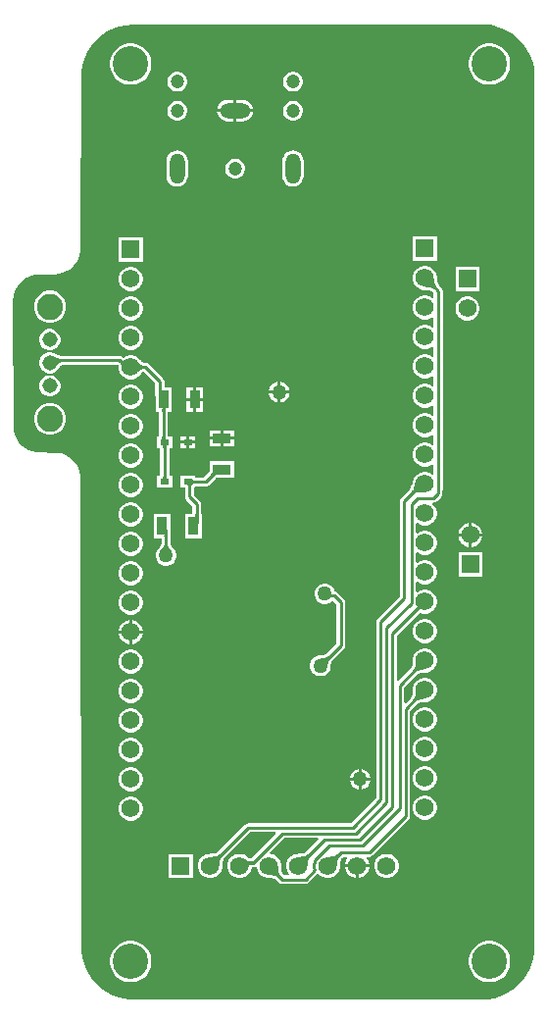
<source format=gbl>
G04*
G04 #@! TF.GenerationSoftware,Altium Limited,Altium Designer,22.0.2 (36)*
G04*
G04 Layer_Physical_Order=2*
G04 Layer_Color=16711680*
%FSLAX25Y25*%
%MOIN*%
G70*
G04*
G04 #@! TF.SameCoordinates,7C6212BA-1BE9-4310-A8C3-E6ACAF7CF704*
G04*
G04*
G04 #@! TF.FilePolarity,Positive*
G04*
G01*
G75*
%ADD14C,0.01000*%
%ADD39C,0.06181*%
%ADD40R,0.06181X0.06181*%
%ADD41R,0.06181X0.06181*%
%ADD44C,0.04724*%
%ADD45O,0.05150X0.10299*%
%ADD46O,0.10299X0.05150*%
%ADD47C,0.05150*%
%ADD48C,0.08858*%
%ADD49C,0.12000*%
%ADD50C,0.05000*%
%ADD51R,0.03543X0.06299*%
%ADD52R,0.03150X0.01968*%
%ADD53R,0.06299X0.03543*%
G36*
X504176Y441883D02*
X508471Y440288D01*
X510956Y438882D01*
X513068Y437218D01*
X515346Y434708D01*
X517112Y431838D01*
X518265Y428883D01*
X518626Y427432D01*
X518884Y425817D01*
X518814Y126141D01*
X518180Y123334D01*
X517112Y120662D01*
X515543Y118059D01*
X513606Y115794D01*
X511319Y113870D01*
X508471Y112212D01*
X505423Y111107D01*
X502283Y110563D01*
X380683Y110616D01*
X377583Y111245D01*
X374847Y112298D01*
X372181Y113870D01*
X369894Y115794D01*
X367957Y118059D01*
X366298Y120847D01*
X365245Y123583D01*
X364616Y126683D01*
X364434Y288585D01*
X364196Y290004D01*
X363686Y291239D01*
X362953Y292545D01*
X362028Y293696D01*
X360917Y294687D01*
X359512Y295556D01*
X358078Y296123D01*
X356563Y296437D01*
X349573Y296548D01*
X348141Y296815D01*
X346880Y297260D01*
X345678Y297901D01*
X344605Y298699D01*
X343509Y299832D01*
X342632Y301130D01*
X341981Y302598D01*
X341608Y304113D01*
X341500Y348000D01*
X341664Y349708D01*
X342182Y351437D01*
X343032Y353022D01*
X344111Y354339D01*
X345478Y355468D01*
X347063Y356318D01*
X348792Y356836D01*
X350500Y357000D01*
X355500Y357000D01*
X357412Y357205D01*
X359163Y357779D01*
X360806Y358731D01*
X362168Y359955D01*
X363311Y361529D01*
X364077Y363273D01*
X364428Y365159D01*
X364434Y367085D01*
X364616Y425817D01*
X365371Y429325D01*
X366795Y432613D01*
X368811Y435533D01*
X371140Y437833D01*
X373492Y439480D01*
X376449Y440880D01*
X379398Y441691D01*
X382499Y442000D01*
X502283Y442000D01*
X504176Y441883D01*
D02*
G37*
%LPC*%
G36*
X504189Y435500D02*
X502811D01*
X501458Y435231D01*
X500184Y434703D01*
X499038Y433937D01*
X498063Y432962D01*
X497297Y431816D01*
X496769Y430542D01*
X496500Y429189D01*
Y427811D01*
X496769Y426458D01*
X497297Y425184D01*
X498063Y424038D01*
X499038Y423063D01*
X500184Y422297D01*
X501458Y421769D01*
X502811Y421500D01*
X504189D01*
X505542Y421769D01*
X506816Y422297D01*
X507962Y423063D01*
X508937Y424038D01*
X509703Y425184D01*
X510231Y426458D01*
X510500Y427811D01*
Y429189D01*
X510231Y430542D01*
X509703Y431816D01*
X508937Y432962D01*
X507962Y433937D01*
X506816Y434703D01*
X505542Y435231D01*
X504189Y435500D01*
D02*
G37*
G36*
X382189D02*
X380811D01*
X379458Y435231D01*
X378184Y434703D01*
X377038Y433937D01*
X376063Y432962D01*
X375297Y431816D01*
X374769Y430542D01*
X374500Y429189D01*
Y427811D01*
X374769Y426458D01*
X375297Y425184D01*
X376063Y424038D01*
X377038Y423063D01*
X378184Y422297D01*
X379458Y421769D01*
X380811Y421500D01*
X382189D01*
X383542Y421769D01*
X384816Y422297D01*
X385962Y423063D01*
X386937Y424038D01*
X387703Y425184D01*
X388231Y426458D01*
X388500Y427811D01*
Y429189D01*
X388231Y430542D01*
X387703Y431816D01*
X386937Y432962D01*
X385962Y433937D01*
X384816Y434703D01*
X383542Y435231D01*
X382189Y435500D01*
D02*
G37*
G36*
X437128Y425890D02*
X436242D01*
X435387Y425661D01*
X434621Y425218D01*
X433995Y424592D01*
X433552Y423825D01*
X433323Y422970D01*
Y422085D01*
X433552Y421230D01*
X433995Y420463D01*
X434621Y419837D01*
X435387Y419394D01*
X436242Y419165D01*
X437128D01*
X437983Y419394D01*
X438750Y419837D01*
X439375Y420463D01*
X439818Y421230D01*
X440047Y422085D01*
Y422970D01*
X439818Y423825D01*
X439375Y424592D01*
X438750Y425218D01*
X437983Y425661D01*
X437128Y425890D01*
D02*
G37*
G36*
X397758D02*
X396872D01*
X396017Y425661D01*
X395251Y425218D01*
X394624Y424592D01*
X394182Y423825D01*
X393953Y422970D01*
Y422085D01*
X394182Y421230D01*
X394624Y420463D01*
X395251Y419837D01*
X396017Y419394D01*
X396872Y419165D01*
X397758D01*
X398613Y419394D01*
X399379Y419837D01*
X400005Y420463D01*
X400448Y421230D01*
X400677Y422085D01*
Y422970D01*
X400448Y423825D01*
X400005Y424592D01*
X399379Y425218D01*
X398613Y425661D01*
X397758Y425890D01*
D02*
G37*
G36*
X419575Y416291D02*
X417500D01*
Y413185D01*
X423115D01*
X423058Y413618D01*
X422697Y414488D01*
X422124Y415235D01*
X421378Y415808D01*
X420508Y416168D01*
X419575Y416291D01*
D02*
G37*
G36*
X416500D02*
X414425D01*
X413492Y416168D01*
X412622Y415808D01*
X411876Y415235D01*
X411303Y414488D01*
X410942Y413618D01*
X410885Y413185D01*
X416500D01*
Y416291D01*
D02*
G37*
G36*
X437128Y416047D02*
X436242D01*
X435387Y415818D01*
X434621Y415376D01*
X433995Y414749D01*
X433552Y413983D01*
X433323Y413128D01*
Y412242D01*
X433552Y411387D01*
X433995Y410621D01*
X434621Y409995D01*
X435387Y409552D01*
X436242Y409323D01*
X437128D01*
X437983Y409552D01*
X438750Y409995D01*
X439375Y410621D01*
X439818Y411387D01*
X440047Y412242D01*
Y413128D01*
X439818Y413983D01*
X439375Y414749D01*
X438750Y415376D01*
X437983Y415818D01*
X437128Y416047D01*
D02*
G37*
G36*
X397758D02*
X396872D01*
X396017Y415818D01*
X395251Y415376D01*
X394624Y414749D01*
X394182Y413983D01*
X393953Y413128D01*
Y412242D01*
X394182Y411387D01*
X394624Y410621D01*
X395251Y409995D01*
X396017Y409552D01*
X396872Y409323D01*
X397758D01*
X398613Y409552D01*
X399379Y409995D01*
X400005Y410621D01*
X400448Y411387D01*
X400677Y412242D01*
Y413128D01*
X400448Y413983D01*
X400005Y414749D01*
X399379Y415376D01*
X398613Y415818D01*
X397758Y416047D01*
D02*
G37*
G36*
X423115Y412185D02*
X417500D01*
Y409079D01*
X419575D01*
X420508Y409202D01*
X421378Y409562D01*
X422124Y410136D01*
X422697Y410882D01*
X423058Y411752D01*
X423115Y412185D01*
D02*
G37*
G36*
X416500D02*
X410885D01*
X410942Y411752D01*
X411303Y410882D01*
X411876Y410136D01*
X412622Y409562D01*
X413492Y409202D01*
X414425Y409079D01*
X416500D01*
Y412185D01*
D02*
G37*
G36*
X417443Y396362D02*
X416557D01*
X415702Y396133D01*
X414936Y395690D01*
X414310Y395064D01*
X413867Y394298D01*
X413638Y393443D01*
Y392557D01*
X413867Y391702D01*
X414310Y390936D01*
X414936Y390310D01*
X415702Y389867D01*
X416557Y389638D01*
X417443D01*
X418298Y389867D01*
X419064Y390310D01*
X419690Y390936D01*
X420133Y391702D01*
X420362Y392557D01*
Y393443D01*
X420133Y394298D01*
X419690Y395064D01*
X419064Y395690D01*
X418298Y396133D01*
X417443Y396362D01*
D02*
G37*
G36*
X436685Y399181D02*
X435752Y399058D01*
X434882Y398697D01*
X434135Y398124D01*
X433563Y397378D01*
X433202Y396508D01*
X433079Y395575D01*
Y390425D01*
X433202Y389492D01*
X433563Y388622D01*
X434135Y387876D01*
X434882Y387303D01*
X435752Y386942D01*
X436685Y386820D01*
X437618Y386942D01*
X438488Y387303D01*
X439235Y387876D01*
X439808Y388622D01*
X440168Y389492D01*
X440291Y390425D01*
Y395575D01*
X440168Y396508D01*
X439808Y397378D01*
X439235Y398124D01*
X438488Y398697D01*
X437618Y399058D01*
X436685Y399181D01*
D02*
G37*
G36*
X397315D02*
X396382Y399058D01*
X395512Y398697D01*
X394765Y398124D01*
X394192Y397378D01*
X393832Y396508D01*
X393709Y395575D01*
Y390425D01*
X393832Y389492D01*
X394192Y388622D01*
X394765Y387876D01*
X395512Y387303D01*
X396382Y386942D01*
X397315Y386820D01*
X398248Y386942D01*
X399118Y387303D01*
X399865Y387876D01*
X400437Y388622D01*
X400798Y389492D01*
X400921Y390425D01*
Y395575D01*
X400798Y396508D01*
X400437Y397378D01*
X399865Y398124D01*
X399118Y398697D01*
X398248Y399058D01*
X397315Y399181D01*
D02*
G37*
G36*
X485591Y369886D02*
X477410D01*
Y361705D01*
X485591D01*
Y369886D01*
D02*
G37*
G36*
X385591Y369590D02*
X377410D01*
Y361409D01*
X385591D01*
Y369590D01*
D02*
G37*
G36*
X500091Y359591D02*
X491910D01*
Y351410D01*
X500091D01*
Y359591D01*
D02*
G37*
G36*
X382038D02*
X380961D01*
X379921Y359312D01*
X378988Y358773D01*
X378227Y358012D01*
X377688Y357079D01*
X377410Y356038D01*
Y354961D01*
X377688Y353921D01*
X378227Y352988D01*
X378988Y352227D01*
X379921Y351688D01*
X380961Y351410D01*
X382038D01*
X383079Y351688D01*
X384012Y352227D01*
X384773Y352988D01*
X385312Y353921D01*
X385591Y354961D01*
Y356038D01*
X385312Y357079D01*
X384773Y358012D01*
X384012Y358773D01*
X383079Y359312D01*
X382038Y359591D01*
D02*
G37*
G36*
X482038Y359886D02*
X480962D01*
X479921Y359607D01*
X478988Y359068D01*
X478227Y358307D01*
X477688Y357374D01*
X477410Y356334D01*
Y355257D01*
X477688Y354216D01*
X478227Y353284D01*
X478988Y352522D01*
X479921Y351983D01*
X480962Y351705D01*
X481621D01*
X481704Y351691D01*
X482118Y351702D01*
X482475Y351690D01*
X482805Y351656D01*
X483108Y351602D01*
X483384Y351529D01*
X483636Y351438D01*
X483866Y351330D01*
X484076Y351206D01*
X484268Y351064D01*
X484319Y351018D01*
X484561Y350776D01*
Y349172D01*
X484099Y348981D01*
X484012Y349068D01*
X483079Y349607D01*
X482038Y349886D01*
X480962D01*
X479921Y349607D01*
X478988Y349068D01*
X478227Y348307D01*
X477688Y347374D01*
X477410Y346334D01*
Y345257D01*
X477688Y344216D01*
X478227Y343284D01*
X478988Y342522D01*
X479921Y341984D01*
X480962Y341705D01*
X482038D01*
X483079Y341984D01*
X484012Y342522D01*
X484099Y342610D01*
X484561Y342418D01*
Y339172D01*
X484099Y338981D01*
X484012Y339069D01*
X483079Y339607D01*
X482038Y339886D01*
X480962D01*
X479921Y339607D01*
X478988Y339069D01*
X478227Y338307D01*
X477688Y337374D01*
X477410Y336334D01*
Y335257D01*
X477688Y334216D01*
X478227Y333284D01*
X478988Y332522D01*
X479921Y331983D01*
X480962Y331705D01*
X482038D01*
X483079Y331983D01*
X484012Y332522D01*
X484099Y332610D01*
X484561Y332418D01*
Y329172D01*
X484099Y328981D01*
X484012Y329068D01*
X483079Y329607D01*
X482038Y329886D01*
X480962D01*
X479921Y329607D01*
X478988Y329068D01*
X478227Y328307D01*
X477688Y327374D01*
X477410Y326334D01*
Y325257D01*
X477688Y324216D01*
X478227Y323284D01*
X478988Y322522D01*
X479921Y321984D01*
X480962Y321705D01*
X482038D01*
X483079Y321984D01*
X484012Y322522D01*
X484099Y322610D01*
X484561Y322418D01*
Y319172D01*
X484099Y318981D01*
X484012Y319069D01*
X483079Y319607D01*
X482038Y319886D01*
X480962D01*
X479921Y319607D01*
X478988Y319069D01*
X478227Y318307D01*
X477688Y317374D01*
X477410Y316334D01*
Y315257D01*
X477688Y314216D01*
X478227Y313284D01*
X478988Y312522D01*
X479921Y311983D01*
X480962Y311705D01*
X482038D01*
X483079Y311983D01*
X484012Y312522D01*
X484099Y312610D01*
X484561Y312418D01*
Y309172D01*
X484099Y308981D01*
X484012Y309068D01*
X483079Y309607D01*
X482038Y309886D01*
X480962D01*
X479921Y309607D01*
X478988Y309068D01*
X478227Y308307D01*
X477688Y307374D01*
X477410Y306334D01*
Y305257D01*
X477688Y304216D01*
X478227Y303284D01*
X478988Y302522D01*
X479921Y301983D01*
X480962Y301705D01*
X482038D01*
X483079Y301983D01*
X484012Y302522D01*
X484099Y302610D01*
X484561Y302418D01*
Y299172D01*
X484099Y298981D01*
X484012Y299068D01*
X483079Y299607D01*
X482038Y299886D01*
X480962D01*
X479921Y299607D01*
X478988Y299068D01*
X478227Y298307D01*
X477688Y297374D01*
X477410Y296334D01*
Y295257D01*
X477688Y294216D01*
X478227Y293284D01*
X478988Y292522D01*
X479921Y291984D01*
X480962Y291705D01*
X482038D01*
X483079Y291984D01*
X484012Y292522D01*
X484099Y292610D01*
X484561Y292418D01*
Y289172D01*
X484099Y288981D01*
X484012Y289069D01*
X483079Y289607D01*
X482038Y289886D01*
X480962D01*
X479921Y289607D01*
X478988Y289069D01*
X478227Y288307D01*
X477688Y287374D01*
X477585Y286988D01*
X477545Y286915D01*
X477254Y285959D01*
X477115Y285568D01*
X476812Y284844D01*
X476668Y284558D01*
X476521Y284301D01*
X476377Y284082D01*
X476239Y283903D01*
X476233Y283896D01*
X473419Y281081D01*
X473087Y280585D01*
X472971Y280000D01*
Y247634D01*
X465419Y240081D01*
X465087Y239585D01*
X464971Y239000D01*
Y179133D01*
X456366Y170529D01*
X421500D01*
X420915Y170413D01*
X420419Y170081D01*
X411201Y160864D01*
X411154Y160822D01*
X410962Y160679D01*
X410749Y160551D01*
X410514Y160438D01*
X410253Y160339D01*
X409967Y160257D01*
X409653Y160191D01*
X409310Y160144D01*
X408939Y160117D01*
X408514Y160110D01*
X408425Y160091D01*
X407962D01*
X406921Y159812D01*
X405988Y159273D01*
X405227Y158512D01*
X404688Y157579D01*
X404410Y156538D01*
Y155462D01*
X404688Y154421D01*
X405227Y153488D01*
X405988Y152727D01*
X406921Y152188D01*
X407962Y151909D01*
X409038D01*
X410079Y152188D01*
X411012Y152727D01*
X411773Y153488D01*
X412312Y154421D01*
X412591Y155462D01*
Y155925D01*
X412610Y156014D01*
X412617Y156439D01*
X412644Y156810D01*
X412691Y157153D01*
X412756Y157467D01*
X412839Y157754D01*
X412937Y158014D01*
X413051Y158249D01*
X413179Y158462D01*
X413322Y158654D01*
X413364Y158701D01*
X422133Y167471D01*
X430662D01*
X430854Y167009D01*
X422392Y158547D01*
X422270Y158562D01*
X422076Y158599D01*
X421907Y158643D01*
X421763Y158693D01*
X421642Y158746D01*
X421544Y158801D01*
X421465Y158858D01*
X421357Y158953D01*
X421296Y158989D01*
X421012Y159273D01*
X420079Y159812D01*
X419038Y160091D01*
X417962D01*
X416921Y159812D01*
X415988Y159273D01*
X415227Y158512D01*
X414688Y157579D01*
X414409Y156538D01*
Y155462D01*
X414688Y154421D01*
X415227Y153488D01*
X415988Y152727D01*
X416921Y152188D01*
X417962Y151909D01*
X419038D01*
X420079Y152188D01*
X421012Y152727D01*
X421773Y153488D01*
X422312Y154421D01*
X422580Y155421D01*
X422600Y155428D01*
X422693Y155449D01*
X422803Y155462D01*
X422999D01*
X423585Y155578D01*
X423910Y155795D01*
X424409Y155570D01*
Y155462D01*
X424688Y154421D01*
X425227Y153488D01*
X425988Y152727D01*
X426921Y152188D01*
X427961Y151909D01*
X428425D01*
X428514Y151890D01*
X428939Y151883D01*
X429310Y151856D01*
X429653Y151809D01*
X429967Y151743D01*
X430254Y151661D01*
X430514Y151562D01*
X430749Y151449D01*
X430962Y151321D01*
X431154Y151178D01*
X431201Y151136D01*
X432009Y150328D01*
X432505Y149996D01*
X433090Y149880D01*
X440909D01*
X441495Y149996D01*
X441991Y150328D01*
X444855Y153192D01*
X445116Y153400D01*
X445528Y153187D01*
X445988Y152727D01*
X446921Y152188D01*
X447962Y151909D01*
X449039D01*
X450079Y152188D01*
X451012Y152727D01*
X451773Y153488D01*
X452312Y154421D01*
X452591Y155462D01*
Y155925D01*
X452610Y156014D01*
X452617Y156439D01*
X452644Y156810D01*
X452691Y157153D01*
X452757Y157467D01*
X452839Y157754D01*
X452938Y158014D01*
X453051Y158249D01*
X453179Y158462D01*
X453322Y158654D01*
X453364Y158701D01*
X453724Y159061D01*
X455123D01*
X455314Y158599D01*
X455227Y158512D01*
X454688Y157579D01*
X454410Y156538D01*
Y156500D01*
X462591D01*
Y156538D01*
X462312Y157579D01*
X461773Y158512D01*
X461686Y158599D01*
X461877Y159061D01*
X462591D01*
X463176Y159178D01*
X463672Y159509D01*
X476081Y171919D01*
X476413Y172415D01*
X476529Y173000D01*
Y208662D01*
X478799Y210931D01*
X478846Y210974D01*
X479038Y211116D01*
X479251Y211244D01*
X479486Y211358D01*
X479746Y211456D01*
X480033Y211539D01*
X480347Y211604D01*
X480690Y211651D01*
X481061Y211678D01*
X481486Y211685D01*
X481575Y211705D01*
X482038D01*
X483079Y211983D01*
X484012Y212522D01*
X484773Y213284D01*
X485312Y214216D01*
X485591Y215257D01*
Y216334D01*
X485312Y217374D01*
X484773Y218307D01*
X484012Y219069D01*
X483079Y219607D01*
X482038Y219886D01*
X480962D01*
X479921Y219607D01*
X478988Y219069D01*
X478227Y218307D01*
X477688Y217374D01*
X477410Y216334D01*
Y215870D01*
X477390Y215781D01*
X477383Y215356D01*
X477356Y214985D01*
X477309Y214643D01*
X477244Y214328D01*
X477161Y214042D01*
X477063Y213782D01*
X476949Y213546D01*
X476821Y213334D01*
X476678Y213141D01*
X476636Y213094D01*
X474972Y211430D01*
X474510Y211621D01*
Y216642D01*
X478799Y220931D01*
X478846Y220974D01*
X479038Y221116D01*
X479251Y221244D01*
X479486Y221358D01*
X479746Y221456D01*
X480033Y221539D01*
X480347Y221604D01*
X480690Y221651D01*
X481061Y221678D01*
X481486Y221685D01*
X481575Y221705D01*
X482038D01*
X483079Y221984D01*
X484012Y222522D01*
X484773Y223284D01*
X485312Y224216D01*
X485591Y225257D01*
Y226334D01*
X485312Y227374D01*
X484773Y228307D01*
X484012Y229068D01*
X483079Y229607D01*
X482038Y229886D01*
X480962D01*
X479921Y229607D01*
X478988Y229068D01*
X478227Y228307D01*
X477688Y227374D01*
X477410Y226334D01*
Y225870D01*
X477390Y225781D01*
X477383Y225356D01*
X477356Y224985D01*
X477309Y224643D01*
X477244Y224328D01*
X477161Y224042D01*
X477063Y223782D01*
X476949Y223546D01*
X476821Y223334D01*
X476678Y223141D01*
X476636Y223094D01*
X472491Y218950D01*
X472029Y219141D01*
Y234162D01*
X479877Y242009D01*
X479921Y241984D01*
X480962Y241705D01*
X482038D01*
X483079Y241984D01*
X484012Y242522D01*
X484773Y243284D01*
X485312Y244216D01*
X485591Y245257D01*
Y246334D01*
X485312Y247374D01*
X484773Y248307D01*
X484012Y249068D01*
X483079Y249607D01*
X482038Y249886D01*
X480962D01*
X479921Y249607D01*
X478988Y249068D01*
X478901Y248981D01*
X478439Y249172D01*
Y252418D01*
X478901Y252610D01*
X478988Y252522D01*
X479921Y251983D01*
X480962Y251705D01*
X482038D01*
X483079Y251983D01*
X484012Y252522D01*
X484773Y253284D01*
X485312Y254216D01*
X485591Y255257D01*
Y256334D01*
X485312Y257374D01*
X484773Y258307D01*
X484012Y259068D01*
X483079Y259607D01*
X482038Y259886D01*
X480962D01*
X479921Y259607D01*
X478988Y259068D01*
X478901Y258981D01*
X478439Y259172D01*
Y262418D01*
X478901Y262610D01*
X478988Y262522D01*
X479921Y261983D01*
X480962Y261705D01*
X482038D01*
X483079Y261983D01*
X484012Y262522D01*
X484773Y263284D01*
X485312Y264216D01*
X485591Y265257D01*
Y266334D01*
X485312Y267374D01*
X484773Y268307D01*
X484012Y269069D01*
X483079Y269607D01*
X482038Y269886D01*
X480962D01*
X479921Y269607D01*
X478988Y269069D01*
X478901Y268981D01*
X478439Y269172D01*
Y272418D01*
X478901Y272610D01*
X478988Y272522D01*
X479921Y271984D01*
X480962Y271705D01*
X482038D01*
X483079Y271984D01*
X484012Y272522D01*
X484773Y273284D01*
X485312Y274216D01*
X485591Y275257D01*
Y276334D01*
X485312Y277374D01*
X484773Y278307D01*
X484110Y278971D01*
X484248Y279471D01*
X484500D01*
X485085Y279587D01*
X485581Y279919D01*
X487081Y281419D01*
X487413Y281915D01*
X487529Y282500D01*
Y283439D01*
X487620Y283894D01*
Y351410D01*
X487503Y351995D01*
X487172Y352491D01*
X486446Y353217D01*
X486408Y353259D01*
X486264Y353452D01*
X486133Y353667D01*
X486014Y353907D01*
X485907Y354175D01*
X485815Y354471D01*
X485741Y354782D01*
X485632Y355549D01*
X485606Y355971D01*
X485591Y356031D01*
Y356334D01*
X485312Y357374D01*
X484773Y358307D01*
X484012Y359068D01*
X483079Y359607D01*
X482038Y359886D01*
D02*
G37*
G36*
X496538Y349590D02*
X495462D01*
X494421Y349312D01*
X493488Y348773D01*
X492727Y348012D01*
X492188Y347079D01*
X491910Y346039D01*
Y344962D01*
X492188Y343921D01*
X492727Y342988D01*
X493488Y342227D01*
X494421Y341688D01*
X495462Y341409D01*
X496538D01*
X497579Y341688D01*
X498512Y342227D01*
X499273Y342988D01*
X499812Y343921D01*
X500091Y344962D01*
Y346039D01*
X499812Y347079D01*
X499273Y348012D01*
X498512Y348773D01*
X497579Y349312D01*
X496538Y349590D01*
D02*
G37*
G36*
X382038D02*
X380961D01*
X379921Y349312D01*
X378988Y348773D01*
X378227Y348012D01*
X377688Y347079D01*
X377410Y346039D01*
Y344962D01*
X377688Y343921D01*
X378227Y342988D01*
X378988Y342227D01*
X379921Y341688D01*
X380961Y341409D01*
X382038D01*
X383079Y341688D01*
X384012Y342227D01*
X384773Y342988D01*
X385312Y343921D01*
X385591Y344962D01*
Y346039D01*
X385312Y347079D01*
X384773Y348012D01*
X384012Y348773D01*
X383079Y349312D01*
X382038Y349590D01*
D02*
G37*
G36*
X354715Y351524D02*
X353285D01*
X351904Y351154D01*
X350666Y350439D01*
X349656Y349428D01*
X348941Y348190D01*
X348571Y346809D01*
Y345380D01*
X348941Y343999D01*
X349656Y342761D01*
X350666Y341750D01*
X351904Y341035D01*
X353285Y340665D01*
X354715D01*
X356096Y341035D01*
X357334Y341750D01*
X358344Y342761D01*
X359059Y343999D01*
X359429Y345380D01*
Y346809D01*
X359059Y348190D01*
X358344Y349428D01*
X357334Y350439D01*
X356096Y351154D01*
X354715Y351524D01*
D02*
G37*
G36*
X382038Y339591D02*
X380961D01*
X379921Y339312D01*
X378988Y338773D01*
X378227Y338012D01*
X377688Y337079D01*
X377410Y336038D01*
Y334962D01*
X377688Y333921D01*
X378227Y332988D01*
X378988Y332227D01*
X379921Y331688D01*
X380961Y331410D01*
X382038D01*
X383079Y331688D01*
X384012Y332227D01*
X384773Y332988D01*
X385312Y333921D01*
X385591Y334962D01*
Y336038D01*
X385312Y337079D01*
X384773Y338012D01*
X384012Y338773D01*
X383079Y339312D01*
X382038Y339591D01*
D02*
G37*
G36*
X354471Y338449D02*
X353529D01*
X352620Y338205D01*
X351805Y337735D01*
X351139Y337069D01*
X350669Y336254D01*
X350425Y335345D01*
Y334403D01*
X350669Y333494D01*
X351139Y332679D01*
X351805Y332014D01*
X352620Y331543D01*
X353529Y331299D01*
X354471D01*
X355380Y331543D01*
X356195Y332014D01*
X356861Y332679D01*
X357331Y333494D01*
X357575Y334403D01*
Y335345D01*
X357331Y336254D01*
X356861Y337069D01*
X356195Y337735D01*
X355380Y338205D01*
X354471Y338449D01*
D02*
G37*
G36*
X432500Y320490D02*
Y317500D01*
X435490D01*
X435261Y318351D01*
X434801Y319149D01*
X434149Y319801D01*
X433351Y320262D01*
X432500Y320490D01*
D02*
G37*
G36*
X431500D02*
X430649Y320262D01*
X429851Y319801D01*
X429199Y319149D01*
X428738Y318351D01*
X428511Y317500D01*
X431500D01*
Y320490D01*
D02*
G37*
G36*
X354471Y322701D02*
X353529D01*
X352620Y322457D01*
X351805Y321987D01*
X351139Y321321D01*
X350669Y320506D01*
X350425Y319597D01*
Y318655D01*
X350669Y317746D01*
X351139Y316931D01*
X351805Y316265D01*
X352620Y315795D01*
X353529Y315551D01*
X354471D01*
X355380Y315795D01*
X356195Y316265D01*
X356861Y316931D01*
X357331Y317746D01*
X357575Y318655D01*
Y319597D01*
X357331Y320506D01*
X356861Y321321D01*
X356195Y321987D01*
X355380Y322457D01*
X354471Y322701D01*
D02*
G37*
G36*
X406087Y318650D02*
X403815D01*
Y315000D01*
X406087D01*
Y318650D01*
D02*
G37*
G36*
X402815D02*
X400543D01*
Y315000D01*
X402815D01*
Y318650D01*
D02*
G37*
G36*
X435490Y316500D02*
X432500D01*
Y313510D01*
X433351Y313738D01*
X434149Y314199D01*
X434801Y314851D01*
X435261Y315649D01*
X435490Y316500D01*
D02*
G37*
G36*
X431500D02*
X428511D01*
X428738Y315649D01*
X429199Y314851D01*
X429851Y314199D01*
X430649Y313738D01*
X431500Y313510D01*
Y316500D01*
D02*
G37*
G36*
X382038Y319590D02*
X380961D01*
X379921Y319312D01*
X378988Y318773D01*
X378227Y318012D01*
X377688Y317079D01*
X377410Y316038D01*
Y314962D01*
X377688Y313921D01*
X378227Y312988D01*
X378988Y312227D01*
X379921Y311688D01*
X380961Y311409D01*
X382038D01*
X383079Y311688D01*
X384012Y312227D01*
X384773Y312988D01*
X385312Y313921D01*
X385591Y314962D01*
Y316038D01*
X385312Y317079D01*
X384773Y318012D01*
X384012Y318773D01*
X383079Y319312D01*
X382038Y319590D01*
D02*
G37*
G36*
X406087Y314000D02*
X403815D01*
Y310350D01*
X406087D01*
Y314000D01*
D02*
G37*
G36*
X402815D02*
X400543D01*
Y310350D01*
X402815D01*
Y314000D01*
D02*
G37*
G36*
X354715Y313335D02*
X353285D01*
X351904Y312965D01*
X350666Y312250D01*
X349656Y311239D01*
X348941Y310001D01*
X348571Y308620D01*
Y307191D01*
X348941Y305810D01*
X349656Y304572D01*
X350666Y303561D01*
X351904Y302846D01*
X353285Y302476D01*
X354715D01*
X356096Y302846D01*
X357334Y303561D01*
X358344Y304572D01*
X359059Y305810D01*
X359429Y307191D01*
Y308620D01*
X359059Y310001D01*
X358344Y311239D01*
X357334Y312250D01*
X356096Y312965D01*
X354715Y313335D01*
D02*
G37*
G36*
X416650Y304087D02*
X413000D01*
Y301815D01*
X416650D01*
Y304087D01*
D02*
G37*
G36*
X412000D02*
X408350D01*
Y301815D01*
X412000D01*
Y304087D01*
D02*
G37*
G36*
X382038Y309591D02*
X380961D01*
X379921Y309312D01*
X378988Y308773D01*
X378227Y308012D01*
X377688Y307079D01*
X377410Y306038D01*
Y304961D01*
X377688Y303921D01*
X378227Y302988D01*
X378988Y302227D01*
X379921Y301688D01*
X380961Y301410D01*
X382038D01*
X383079Y301688D01*
X384012Y302227D01*
X384773Y302988D01*
X385312Y303921D01*
X385591Y304961D01*
Y306038D01*
X385312Y307079D01*
X384773Y308012D01*
X384012Y308773D01*
X383079Y309312D01*
X382038Y309591D01*
D02*
G37*
G36*
X403512Y301984D02*
X401437D01*
Y300500D01*
X403512D01*
Y301984D01*
D02*
G37*
G36*
X400437D02*
X398362D01*
Y300500D01*
X400437D01*
Y301984D01*
D02*
G37*
G36*
X416650Y300815D02*
X413000D01*
Y298543D01*
X416650D01*
Y300815D01*
D02*
G37*
G36*
X412000D02*
X408350D01*
Y298543D01*
X412000D01*
Y300815D01*
D02*
G37*
G36*
X403512Y299500D02*
X401437D01*
Y298016D01*
X403512D01*
Y299500D01*
D02*
G37*
G36*
X400437D02*
X398362D01*
Y298016D01*
X400437D01*
Y299500D01*
D02*
G37*
G36*
X382038Y299590D02*
X380961D01*
X379921Y299312D01*
X378988Y298773D01*
X378227Y298012D01*
X377688Y297079D01*
X377410Y296039D01*
Y294962D01*
X377688Y293921D01*
X378227Y292988D01*
X378988Y292227D01*
X379921Y291688D01*
X380961Y291409D01*
X382038D01*
X383079Y291688D01*
X384012Y292227D01*
X384773Y292988D01*
X385312Y293921D01*
X385591Y294962D01*
Y296039D01*
X385312Y297079D01*
X384773Y298012D01*
X384012Y298773D01*
X383079Y299312D01*
X382038Y299590D01*
D02*
G37*
G36*
X416650Y293457D02*
X408350D01*
Y290113D01*
X408143Y289869D01*
X406304Y288029D01*
X403512D01*
Y288484D01*
X402538D01*
X402500Y288492D01*
X402462Y288484D01*
X402402D01*
X402387Y288486D01*
X402383Y288484D01*
X398362D01*
Y284516D01*
X400014D01*
Y281457D01*
X400130Y280871D01*
X400462Y280375D01*
X402471Y278366D01*
Y275650D01*
X400043D01*
Y267350D01*
X405587D01*
Y274606D01*
X405594Y274645D01*
X405587Y274682D01*
Y275650D01*
X405529D01*
Y279000D01*
X405413Y279585D01*
X405081Y280081D01*
X403073Y282090D01*
Y284516D01*
X403512D01*
Y284971D01*
X406937D01*
X407522Y285087D01*
X408018Y285419D01*
X410269Y287669D01*
X410428Y287817D01*
X410548Y287913D01*
X416650D01*
Y293457D01*
D02*
G37*
G36*
X354471Y330575D02*
X353529D01*
X352620Y330331D01*
X351805Y329861D01*
X351139Y329195D01*
X350669Y328380D01*
X350425Y327471D01*
Y326529D01*
X350669Y325620D01*
X351139Y324805D01*
X351805Y324139D01*
X352620Y323669D01*
X353529Y323425D01*
X354471D01*
X355380Y323669D01*
X356195Y324139D01*
X356861Y324805D01*
X357143Y325295D01*
X357196Y325357D01*
X357324Y325587D01*
X357434Y325745D01*
X357546Y325875D01*
X357662Y325981D01*
X357782Y326067D01*
X357912Y326137D01*
X358056Y326193D01*
X358219Y326236D01*
X358406Y326263D01*
X358430Y326265D01*
X377136D01*
X377155Y326241D01*
X377248Y326112D01*
X377317Y326001D01*
X377363Y325912D01*
X377389Y325849D01*
X377399Y325814D01*
X377400Y325808D01*
X377400Y325745D01*
X377410Y325695D01*
Y324961D01*
X377688Y323921D01*
X378227Y322988D01*
X378988Y322227D01*
X379921Y321688D01*
X380961Y321410D01*
X382038D01*
X383079Y321688D01*
X384012Y322227D01*
X384773Y322988D01*
X384901Y323209D01*
X384929Y323235D01*
X385057Y323414D01*
X385160Y323530D01*
X385271Y323630D01*
X385391Y323716D01*
X385524Y323790D01*
X385674Y323853D01*
X385845Y323906D01*
X385917Y323920D01*
X389884Y319953D01*
Y315772D01*
X389913Y315624D01*
Y310350D01*
X391156D01*
Y301984D01*
X390488D01*
Y298016D01*
X391534D01*
Y288484D01*
X390488D01*
Y284516D01*
X395638D01*
Y288484D01*
X394592D01*
Y298016D01*
X395638D01*
Y301984D01*
X394214D01*
Y310350D01*
X395457D01*
Y318650D01*
X392943D01*
Y320587D01*
X392826Y321172D01*
X392495Y321668D01*
X387581Y326581D01*
X387085Y326913D01*
X386500Y327029D01*
X386255D01*
X386039Y327055D01*
X385845Y327094D01*
X385674Y327147D01*
X385524Y327210D01*
X385391Y327284D01*
X385271Y327370D01*
X385160Y327470D01*
X385057Y327586D01*
X384929Y327765D01*
X384901Y327791D01*
X384773Y328012D01*
X384012Y328773D01*
X383079Y329312D01*
X382038Y329591D01*
X380961D01*
X379921Y329312D01*
X378988Y328773D01*
X378988Y328773D01*
X378885Y328875D01*
X378389Y329207D01*
X377804Y329323D01*
X358097D01*
X357924Y329343D01*
X357724Y329379D01*
X357208Y329517D01*
X356963Y329601D01*
X355997Y330018D01*
X355654Y330191D01*
X355593Y330208D01*
X355380Y330331D01*
X354471Y330575D01*
D02*
G37*
G36*
X382038Y289591D02*
X380961D01*
X379921Y289312D01*
X378988Y288773D01*
X378227Y288012D01*
X377688Y287079D01*
X377410Y286038D01*
Y284962D01*
X377688Y283921D01*
X378227Y282988D01*
X378988Y282227D01*
X379921Y281688D01*
X380961Y281410D01*
X382038D01*
X383079Y281688D01*
X384012Y282227D01*
X384773Y282988D01*
X385312Y283921D01*
X385591Y284962D01*
Y286038D01*
X385312Y287079D01*
X384773Y288012D01*
X384012Y288773D01*
X383079Y289312D01*
X382038Y289591D01*
D02*
G37*
G36*
Y279591D02*
X380961D01*
X379921Y279312D01*
X378988Y278773D01*
X378227Y278012D01*
X377688Y277079D01*
X377410Y276039D01*
Y274961D01*
X377688Y273921D01*
X378227Y272988D01*
X378988Y272227D01*
X379921Y271688D01*
X380961Y271410D01*
X382038D01*
X383079Y271688D01*
X384012Y272227D01*
X384773Y272988D01*
X385312Y273921D01*
X385591Y274961D01*
Y276039D01*
X385312Y277079D01*
X384773Y278012D01*
X384012Y278773D01*
X383079Y279312D01*
X382038Y279591D01*
D02*
G37*
G36*
X497539Y272590D02*
X497500D01*
Y269000D01*
X501090D01*
Y269039D01*
X500812Y270079D01*
X500273Y271012D01*
X499512Y271773D01*
X498579Y272312D01*
X497539Y272590D01*
D02*
G37*
G36*
X496500D02*
X496461D01*
X495421Y272312D01*
X494488Y271773D01*
X493727Y271012D01*
X493188Y270079D01*
X492909Y269039D01*
Y269000D01*
X496500D01*
Y272590D01*
D02*
G37*
G36*
X501090Y268000D02*
X497500D01*
Y264409D01*
X497539D01*
X498579Y264688D01*
X499512Y265227D01*
X500273Y265988D01*
X500812Y266921D01*
X501090Y267962D01*
Y268000D01*
D02*
G37*
G36*
X496500D02*
X492909D01*
Y267962D01*
X493188Y266921D01*
X493727Y265988D01*
X494488Y265227D01*
X495421Y264688D01*
X496461Y264409D01*
X496500D01*
Y268000D01*
D02*
G37*
G36*
X382038Y269590D02*
X380961D01*
X379921Y269312D01*
X378988Y268773D01*
X378227Y268012D01*
X377688Y267079D01*
X377410Y266038D01*
Y264962D01*
X377688Y263921D01*
X378227Y262988D01*
X378988Y262227D01*
X379921Y261688D01*
X380961Y261409D01*
X382038D01*
X383079Y261688D01*
X384012Y262227D01*
X384773Y262988D01*
X385312Y263921D01*
X385591Y264962D01*
Y266038D01*
X385312Y267079D01*
X384773Y268012D01*
X384012Y268773D01*
X383079Y269312D01*
X382038Y269590D01*
D02*
G37*
G36*
X394957Y275650D02*
X389413D01*
Y267350D01*
X391927D01*
Y266121D01*
X391971Y265903D01*
Y265752D01*
X391945Y265562D01*
X391903Y265374D01*
X391843Y265186D01*
X391763Y264997D01*
X391664Y264806D01*
X391543Y264612D01*
X391399Y264415D01*
X391230Y264215D01*
X391015Y263992D01*
X390966Y263916D01*
X390699Y263649D01*
X390238Y262851D01*
X390000Y261961D01*
Y261039D01*
X390238Y260149D01*
X390699Y259351D01*
X391351Y258699D01*
X392149Y258239D01*
X393039Y258000D01*
X393961D01*
X394851Y258239D01*
X395649Y258699D01*
X396301Y259351D01*
X396761Y260149D01*
X397000Y261039D01*
Y261961D01*
X396761Y262851D01*
X396301Y263649D01*
X396034Y263916D01*
X395985Y263992D01*
X395770Y264215D01*
X395602Y264415D01*
X395457Y264612D01*
X395336Y264806D01*
X395236Y264997D01*
X395157Y265186D01*
X395097Y265374D01*
X395055Y265562D01*
X395029Y265752D01*
Y266077D01*
X394986Y266295D01*
Y270228D01*
X394957Y270376D01*
Y275650D01*
D02*
G37*
G36*
X501090Y262591D02*
X492909D01*
Y254410D01*
X501090D01*
Y262591D01*
D02*
G37*
G36*
X382038Y259591D02*
X380961D01*
X379921Y259312D01*
X378988Y258773D01*
X378227Y258012D01*
X377688Y257079D01*
X377410Y256038D01*
Y254961D01*
X377688Y253921D01*
X378227Y252988D01*
X378988Y252227D01*
X379921Y251688D01*
X380961Y251410D01*
X382038D01*
X383079Y251688D01*
X384012Y252227D01*
X384773Y252988D01*
X385312Y253921D01*
X385591Y254961D01*
Y256038D01*
X385312Y257079D01*
X384773Y258012D01*
X384012Y258773D01*
X383079Y259312D01*
X382038Y259591D01*
D02*
G37*
G36*
Y249590D02*
X380961D01*
X379921Y249312D01*
X378988Y248773D01*
X378227Y248012D01*
X377688Y247079D01*
X377410Y246039D01*
Y244962D01*
X377688Y243921D01*
X378227Y242988D01*
X378988Y242227D01*
X379921Y241688D01*
X380961Y241409D01*
X382038D01*
X383079Y241688D01*
X384012Y242227D01*
X384773Y242988D01*
X385312Y243921D01*
X385591Y244962D01*
Y246039D01*
X385312Y247079D01*
X384773Y248012D01*
X384012Y248773D01*
X383079Y249312D01*
X382038Y249590D01*
D02*
G37*
G36*
Y239591D02*
X382000D01*
Y236000D01*
X385591D01*
Y236038D01*
X385312Y237079D01*
X384773Y238012D01*
X384012Y238773D01*
X383079Y239312D01*
X382038Y239591D01*
D02*
G37*
G36*
X381000D02*
X380961D01*
X379921Y239312D01*
X378988Y238773D01*
X378227Y238012D01*
X377688Y237079D01*
X377410Y236038D01*
Y236000D01*
X381000D01*
Y239591D01*
D02*
G37*
G36*
X482038Y239886D02*
X480962D01*
X479921Y239607D01*
X478988Y239069D01*
X478227Y238307D01*
X477688Y237374D01*
X477410Y236334D01*
Y235257D01*
X477688Y234216D01*
X478227Y233284D01*
X478988Y232522D01*
X479921Y231983D01*
X480962Y231705D01*
X482038D01*
X483079Y231983D01*
X484012Y232522D01*
X484773Y233284D01*
X485312Y234216D01*
X485591Y235257D01*
Y236334D01*
X485312Y237374D01*
X484773Y238307D01*
X484012Y239069D01*
X483079Y239607D01*
X482038Y239886D01*
D02*
G37*
G36*
X385591Y235000D02*
X382000D01*
Y231410D01*
X382038D01*
X383079Y231688D01*
X384012Y232227D01*
X384773Y232988D01*
X385312Y233921D01*
X385591Y234962D01*
Y235000D01*
D02*
G37*
G36*
X381000D02*
X377410D01*
Y234962D01*
X377688Y233921D01*
X378227Y232988D01*
X378988Y232227D01*
X379921Y231688D01*
X380961Y231410D01*
X381000D01*
Y235000D01*
D02*
G37*
G36*
X382038Y229591D02*
X380961D01*
X379921Y229312D01*
X378988Y228773D01*
X378227Y228012D01*
X377688Y227079D01*
X377410Y226039D01*
Y224961D01*
X377688Y223921D01*
X378227Y222988D01*
X378988Y222227D01*
X379921Y221688D01*
X380961Y221410D01*
X382038D01*
X383079Y221688D01*
X384012Y222227D01*
X384773Y222988D01*
X385312Y223921D01*
X385591Y224961D01*
Y226039D01*
X385312Y227079D01*
X384773Y228012D01*
X384012Y228773D01*
X383079Y229312D01*
X382038Y229591D01*
D02*
G37*
G36*
X447961Y252000D02*
X447039D01*
X446149Y251762D01*
X445351Y251301D01*
X444699Y250649D01*
X444239Y249851D01*
X444000Y248961D01*
Y248039D01*
X444239Y247149D01*
X444699Y246351D01*
X445351Y245699D01*
X446149Y245238D01*
X447039Y245000D01*
X447961D01*
X448851Y245238D01*
X449649Y245699D01*
X450143Y246194D01*
X451471Y244866D01*
Y231633D01*
X447925Y228088D01*
X447773Y227972D01*
X447610Y227869D01*
X447434Y227778D01*
X447245Y227701D01*
X447040Y227636D01*
X446817Y227585D01*
X446575Y227547D01*
X446315Y227525D01*
X446005Y227519D01*
X445917Y227500D01*
X445539D01*
X444649Y227261D01*
X443851Y226801D01*
X443199Y226149D01*
X442738Y225351D01*
X442500Y224461D01*
Y223539D01*
X442738Y222649D01*
X443199Y221851D01*
X443851Y221199D01*
X444649Y220739D01*
X445539Y220500D01*
X446461D01*
X447351Y220739D01*
X448149Y221199D01*
X448801Y221851D01*
X449262Y222649D01*
X449500Y223539D01*
Y223917D01*
X449519Y224005D01*
X449525Y224315D01*
X449547Y224575D01*
X449584Y224817D01*
X449636Y225040D01*
X449701Y225245D01*
X449778Y225434D01*
X449869Y225610D01*
X449972Y225773D01*
X450088Y225925D01*
X454081Y229919D01*
X454413Y230415D01*
X454529Y231000D01*
Y245500D01*
X454413Y246085D01*
X454081Y246581D01*
X451660Y249003D01*
X451164Y249335D01*
X450885Y249390D01*
X450762Y249851D01*
X450301Y250649D01*
X449649Y251301D01*
X448851Y251762D01*
X447961Y252000D01*
D02*
G37*
G36*
X382038Y219590D02*
X380961D01*
X379921Y219312D01*
X378988Y218773D01*
X378227Y218012D01*
X377688Y217079D01*
X377410Y216038D01*
Y214962D01*
X377688Y213921D01*
X378227Y212988D01*
X378988Y212227D01*
X379921Y211688D01*
X380961Y211409D01*
X382038D01*
X383079Y211688D01*
X384012Y212227D01*
X384773Y212988D01*
X385312Y213921D01*
X385591Y214962D01*
Y216038D01*
X385312Y217079D01*
X384773Y218012D01*
X384012Y218773D01*
X383079Y219312D01*
X382038Y219590D01*
D02*
G37*
G36*
X482038Y209886D02*
X480962D01*
X479921Y209607D01*
X478988Y209068D01*
X478227Y208307D01*
X477688Y207374D01*
X477410Y206334D01*
Y205257D01*
X477688Y204216D01*
X478227Y203284D01*
X478988Y202522D01*
X479921Y201983D01*
X480962Y201705D01*
X482038D01*
X483079Y201983D01*
X484012Y202522D01*
X484773Y203284D01*
X485312Y204216D01*
X485591Y205257D01*
Y206334D01*
X485312Y207374D01*
X484773Y208307D01*
X484012Y209068D01*
X483079Y209607D01*
X482038Y209886D01*
D02*
G37*
G36*
X382038Y209591D02*
X380961D01*
X379921Y209312D01*
X378988Y208773D01*
X378227Y208012D01*
X377688Y207079D01*
X377410Y206038D01*
Y204961D01*
X377688Y203921D01*
X378227Y202988D01*
X378988Y202227D01*
X379921Y201688D01*
X380961Y201409D01*
X382038D01*
X383079Y201688D01*
X384012Y202227D01*
X384773Y202988D01*
X385312Y203921D01*
X385591Y204961D01*
Y206038D01*
X385312Y207079D01*
X384773Y208012D01*
X384012Y208773D01*
X383079Y209312D01*
X382038Y209591D01*
D02*
G37*
G36*
X482038Y199886D02*
X480962D01*
X479921Y199607D01*
X478988Y199068D01*
X478227Y198307D01*
X477688Y197374D01*
X477410Y196334D01*
Y195257D01*
X477688Y194216D01*
X478227Y193284D01*
X478988Y192522D01*
X479921Y191983D01*
X480962Y191705D01*
X482038D01*
X483079Y191983D01*
X484012Y192522D01*
X484773Y193284D01*
X485312Y194216D01*
X485591Y195257D01*
Y196334D01*
X485312Y197374D01*
X484773Y198307D01*
X484012Y199068D01*
X483079Y199607D01*
X482038Y199886D01*
D02*
G37*
G36*
X382038Y199591D02*
X380961D01*
X379921Y199312D01*
X378988Y198773D01*
X378227Y198012D01*
X377688Y197079D01*
X377410Y196038D01*
Y194962D01*
X377688Y193921D01*
X378227Y192988D01*
X378988Y192227D01*
X379921Y191688D01*
X380961Y191409D01*
X382038D01*
X383079Y191688D01*
X384012Y192227D01*
X384773Y192988D01*
X385312Y193921D01*
X385591Y194962D01*
Y196038D01*
X385312Y197079D01*
X384773Y198012D01*
X384012Y198773D01*
X383079Y199312D01*
X382038Y199591D01*
D02*
G37*
G36*
X460000Y188989D02*
Y186000D01*
X462990D01*
X462761Y186851D01*
X462301Y187649D01*
X461649Y188301D01*
X460851Y188761D01*
X460000Y188989D01*
D02*
G37*
G36*
X459000D02*
X458149Y188761D01*
X457351Y188301D01*
X456699Y187649D01*
X456239Y186851D01*
X456010Y186000D01*
X459000D01*
Y188989D01*
D02*
G37*
G36*
X462990Y185000D02*
X460000D01*
Y182010D01*
X460851Y182238D01*
X461649Y182699D01*
X462301Y183351D01*
X462761Y184149D01*
X462990Y185000D01*
D02*
G37*
G36*
X459000D02*
X456010D01*
X456239Y184149D01*
X456699Y183351D01*
X457351Y182699D01*
X458149Y182238D01*
X459000Y182010D01*
Y185000D01*
D02*
G37*
G36*
X482038Y189886D02*
X480962D01*
X479921Y189607D01*
X478988Y189068D01*
X478227Y188307D01*
X477688Y187374D01*
X477410Y186334D01*
Y185257D01*
X477688Y184216D01*
X478227Y183284D01*
X478988Y182522D01*
X479921Y181983D01*
X480962Y181705D01*
X482038D01*
X483079Y181983D01*
X484012Y182522D01*
X484773Y183284D01*
X485312Y184216D01*
X485591Y185257D01*
Y186334D01*
X485312Y187374D01*
X484773Y188307D01*
X484012Y189068D01*
X483079Y189607D01*
X482038Y189886D01*
D02*
G37*
G36*
X382038Y189591D02*
X380961D01*
X379921Y189312D01*
X378988Y188773D01*
X378227Y188012D01*
X377688Y187079D01*
X377410Y186038D01*
Y184961D01*
X377688Y183921D01*
X378227Y182988D01*
X378988Y182227D01*
X379921Y181688D01*
X380961Y181409D01*
X382038D01*
X383079Y181688D01*
X384012Y182227D01*
X384773Y182988D01*
X385312Y183921D01*
X385591Y184961D01*
Y186038D01*
X385312Y187079D01*
X384773Y188012D01*
X384012Y188773D01*
X383079Y189312D01*
X382038Y189591D01*
D02*
G37*
G36*
X482038Y179886D02*
X480962D01*
X479921Y179607D01*
X478988Y179069D01*
X478227Y178307D01*
X477688Y177374D01*
X477410Y176334D01*
Y175257D01*
X477688Y174216D01*
X478227Y173284D01*
X478988Y172522D01*
X479921Y171984D01*
X480962Y171705D01*
X482038D01*
X483079Y171984D01*
X484012Y172522D01*
X484773Y173284D01*
X485312Y174216D01*
X485591Y175257D01*
Y176334D01*
X485312Y177374D01*
X484773Y178307D01*
X484012Y179069D01*
X483079Y179607D01*
X482038Y179886D01*
D02*
G37*
G36*
X382038Y179591D02*
X380961D01*
X379921Y179312D01*
X378988Y178773D01*
X378227Y178012D01*
X377688Y177079D01*
X377410Y176039D01*
Y174961D01*
X377688Y173921D01*
X378227Y172988D01*
X378988Y172227D01*
X379921Y171688D01*
X380961Y171409D01*
X382038D01*
X383079Y171688D01*
X384012Y172227D01*
X384773Y172988D01*
X385312Y173921D01*
X385591Y174961D01*
Y176039D01*
X385312Y177079D01*
X384773Y178012D01*
X384012Y178773D01*
X383079Y179312D01*
X382038Y179591D01*
D02*
G37*
G36*
X469038Y160091D02*
X467962D01*
X466921Y159812D01*
X465988Y159273D01*
X465227Y158512D01*
X464688Y157579D01*
X464409Y156538D01*
Y155462D01*
X464688Y154421D01*
X465227Y153488D01*
X465988Y152727D01*
X466921Y152188D01*
X467962Y151909D01*
X469038D01*
X470079Y152188D01*
X471012Y152727D01*
X471773Y153488D01*
X472312Y154421D01*
X472590Y155462D01*
Y156538D01*
X472312Y157579D01*
X471773Y158512D01*
X471012Y159273D01*
X470079Y159812D01*
X469038Y160091D01*
D02*
G37*
G36*
X462591Y155500D02*
X459000D01*
Y151909D01*
X459038D01*
X460079Y152188D01*
X461012Y152727D01*
X461773Y153488D01*
X462312Y154421D01*
X462591Y155462D01*
Y155500D01*
D02*
G37*
G36*
X458000D02*
X454410D01*
Y155462D01*
X454688Y154421D01*
X455227Y153488D01*
X455988Y152727D01*
X456921Y152188D01*
X457962Y151909D01*
X458000D01*
Y155500D01*
D02*
G37*
G36*
X402591Y160091D02*
X394409D01*
Y151909D01*
X402591D01*
Y160091D01*
D02*
G37*
G36*
X504189Y130500D02*
X502811D01*
X501458Y130231D01*
X500184Y129703D01*
X499038Y128937D01*
X498063Y127962D01*
X497297Y126816D01*
X496769Y125542D01*
X496500Y124189D01*
Y122811D01*
X496769Y121458D01*
X497297Y120184D01*
X498063Y119038D01*
X499038Y118063D01*
X500184Y117297D01*
X501458Y116769D01*
X502811Y116500D01*
X504189D01*
X505542Y116769D01*
X506816Y117297D01*
X507962Y118063D01*
X508937Y119038D01*
X509703Y120184D01*
X510231Y121458D01*
X510500Y122811D01*
Y124189D01*
X510231Y125542D01*
X509703Y126816D01*
X508937Y127962D01*
X507962Y128937D01*
X506816Y129703D01*
X505542Y130231D01*
X504189Y130500D01*
D02*
G37*
G36*
X382189D02*
X380811D01*
X379458Y130231D01*
X378184Y129703D01*
X377038Y128937D01*
X376063Y127962D01*
X375297Y126816D01*
X374769Y125542D01*
X374500Y124189D01*
Y122811D01*
X374769Y121458D01*
X375297Y120184D01*
X376063Y119038D01*
X377038Y118063D01*
X378184Y117297D01*
X379458Y116769D01*
X380811Y116500D01*
X382189D01*
X383542Y116769D01*
X384816Y117297D01*
X385962Y118063D01*
X386937Y119038D01*
X387703Y120184D01*
X388231Y121458D01*
X388500Y122811D01*
Y124189D01*
X388231Y125542D01*
X387703Y126816D01*
X386937Y127962D01*
X385962Y128937D01*
X384816Y129703D01*
X383542Y130231D01*
X382189Y130500D01*
D02*
G37*
%LPD*%
G36*
X484617Y355446D02*
X484738Y354591D01*
X484831Y354201D01*
X484946Y353834D01*
X485082Y353492D01*
X485239Y353174D01*
X485418Y352880D01*
X485619Y352611D01*
X485842Y352366D01*
X485168Y351625D01*
X484914Y351854D01*
X484640Y352057D01*
X484344Y352233D01*
X484026Y352381D01*
X483688Y352503D01*
X483328Y352598D01*
X482947Y352667D01*
X482544Y352708D01*
X482121Y352722D01*
X481676Y352710D01*
X484588Y355909D01*
X484617Y355446D01*
D02*
G37*
G36*
X480618Y282833D02*
X480228Y282932D01*
X479851Y282994D01*
X479488Y283018D01*
X479139Y283004D01*
X478803Y282952D01*
X478481Y282862D01*
X478173Y282734D01*
X477879Y282569D01*
X477599Y282366D01*
X477332Y282125D01*
X476831Y283038D01*
X477022Y283248D01*
X477209Y283491D01*
X477390Y283767D01*
X477567Y284076D01*
X477738Y284418D01*
X478066Y285199D01*
X478223Y285639D01*
X478521Y286617D01*
X480618Y282833D01*
D02*
G37*
G36*
X481469Y222705D02*
X481015Y222697D01*
X480583Y222666D01*
X480174Y222609D01*
X479788Y222529D01*
X479424Y222425D01*
X479084Y222296D01*
X478766Y222142D01*
X478471Y221965D01*
X478198Y221763D01*
X477949Y221537D01*
X477242Y222244D01*
X477468Y222494D01*
X477669Y222766D01*
X477847Y223061D01*
X478000Y223379D01*
X478129Y223720D01*
X478234Y224083D01*
X478314Y224469D01*
X478370Y224878D01*
X478402Y225310D01*
X478410Y225764D01*
X481469Y222705D01*
D02*
G37*
G36*
Y212705D02*
X481015Y212697D01*
X480583Y212666D01*
X480174Y212610D01*
X479788Y212529D01*
X479424Y212424D01*
X479084Y212296D01*
X478766Y212142D01*
X478471Y211965D01*
X478198Y211763D01*
X477949Y211537D01*
X477242Y212244D01*
X477468Y212494D01*
X477669Y212766D01*
X477847Y213061D01*
X478000Y213379D01*
X478129Y213720D01*
X478234Y214083D01*
X478314Y214469D01*
X478370Y214878D01*
X478402Y215310D01*
X478410Y215764D01*
X481469Y212705D01*
D02*
G37*
G36*
X452758Y159551D02*
X452532Y159302D01*
X452330Y159029D01*
X452153Y158734D01*
X452000Y158416D01*
X451871Y158075D01*
X451766Y157712D01*
X451686Y157326D01*
X451630Y156917D01*
X451598Y156485D01*
X451590Y156031D01*
X448531Y159090D01*
X448985Y159098D01*
X449417Y159130D01*
X449826Y159186D01*
X450212Y159266D01*
X450576Y159371D01*
X450916Y159500D01*
X451234Y159653D01*
X451529Y159830D01*
X451802Y160032D01*
X452051Y160258D01*
X452758Y159551D01*
D02*
G37*
G36*
X442758D02*
X442532Y159302D01*
X442331Y159029D01*
X442153Y158734D01*
X442000Y158416D01*
X441871Y158075D01*
X441766Y157712D01*
X441686Y157326D01*
X441630Y156917D01*
X441598Y156485D01*
X441590Y156031D01*
X438531Y159090D01*
X438985Y159098D01*
X439417Y159130D01*
X439826Y159186D01*
X440212Y159266D01*
X440576Y159371D01*
X440916Y159500D01*
X441234Y159653D01*
X441529Y159830D01*
X441802Y160032D01*
X442051Y160258D01*
X442758Y159551D01*
D02*
G37*
G36*
X412758D02*
X412532Y159302D01*
X412330Y159029D01*
X412153Y158734D01*
X412000Y158416D01*
X411871Y158075D01*
X411766Y157712D01*
X411686Y157326D01*
X411630Y156917D01*
X411598Y156485D01*
X411590Y156031D01*
X408531Y159090D01*
X408985Y159098D01*
X409417Y159130D01*
X409826Y159186D01*
X410212Y159266D01*
X410576Y159371D01*
X410916Y159500D01*
X411234Y159653D01*
X411529Y159830D01*
X411802Y160032D01*
X412051Y160258D01*
X412758Y159551D01*
D02*
G37*
G36*
X420830Y158058D02*
X420998Y157939D01*
X421184Y157834D01*
X421388Y157743D01*
X421611Y157666D01*
X421852Y157603D01*
X422112Y157554D01*
X422389Y157519D01*
X422685Y157498D01*
X422999Y157491D01*
Y156491D01*
X422749Y156482D01*
X422521Y156455D01*
X422318Y156410D01*
X422139Y156346D01*
X421983Y156265D01*
X421851Y156165D01*
X421743Y156047D01*
X421659Y155911D01*
X421599Y155757D01*
X421562Y155585D01*
X420680Y158191D01*
X420830Y158058D01*
D02*
G37*
G36*
X445346Y165009D02*
X441201Y160864D01*
X441154Y160822D01*
X440962Y160679D01*
X440749Y160551D01*
X440514Y160438D01*
X440253Y160339D01*
X439967Y160257D01*
X439653Y160191D01*
X439310Y160144D01*
X438939Y160117D01*
X438514Y160110D01*
X438425Y160091D01*
X437961D01*
X436921Y159812D01*
X435988Y159273D01*
X435227Y158512D01*
X434688Y157579D01*
X434410Y156538D01*
Y155462D01*
X434688Y154421D01*
X435227Y153488D01*
X435314Y153401D01*
X435123Y152939D01*
X433724D01*
X433364Y153299D01*
X433322Y153346D01*
X433179Y153538D01*
X433051Y153751D01*
X432937Y153986D01*
X432839Y154246D01*
X432757Y154533D01*
X432691Y154847D01*
X432644Y155190D01*
X432617Y155561D01*
X432610Y155986D01*
X432590Y156075D01*
Y156538D01*
X432312Y157579D01*
X431773Y158512D01*
X431012Y159273D01*
X430079Y159812D01*
X429038Y160091D01*
X428915D01*
X428723Y160553D01*
X433641Y165471D01*
X445154D01*
X445346Y165009D01*
D02*
G37*
G36*
X431598Y155515D02*
X431630Y155083D01*
X431686Y154674D01*
X431766Y154288D01*
X431871Y153925D01*
X432000Y153584D01*
X432153Y153266D01*
X432331Y152971D01*
X432532Y152698D01*
X432758Y152449D01*
X432051Y151742D01*
X431802Y151968D01*
X431529Y152170D01*
X431234Y152347D01*
X430916Y152500D01*
X430576Y152629D01*
X430212Y152734D01*
X429826Y152814D01*
X429417Y152870D01*
X428985Y152902D01*
X428531Y152910D01*
X431590Y155969D01*
X431598Y155515D01*
D02*
G37*
G36*
X410777Y288937D02*
X410700Y288993D01*
X410609Y289020D01*
X410503Y289019D01*
X410384Y288989D01*
X410249Y288931D01*
X410101Y288845D01*
X409938Y288731D01*
X409760Y288588D01*
X409362Y288218D01*
X408655Y288925D01*
X408854Y289131D01*
X409168Y289501D01*
X409282Y289664D01*
X409368Y289812D01*
X409426Y289947D01*
X409456Y290066D01*
X409457Y290172D01*
X409430Y290263D01*
X409374Y290340D01*
X410777Y288937D01*
D02*
G37*
G36*
X402510Y287383D02*
X402540Y287302D01*
X402590Y287231D01*
X402660Y287170D01*
X402750Y287118D01*
X402860Y287076D01*
X402990Y287042D01*
X403140Y287019D01*
X403310Y287005D01*
X403500Y287000D01*
Y286000D01*
X403310Y285995D01*
X403140Y285981D01*
X402990Y285958D01*
X402860Y285924D01*
X402750Y285882D01*
X402660Y285830D01*
X402590Y285769D01*
X402540Y285698D01*
X402510Y285617D01*
X402500Y285528D01*
X402413Y285518D01*
X402336Y285488D01*
X402267Y285438D01*
X402208Y285368D01*
X402157Y285278D01*
X402116Y285168D01*
X402084Y285038D01*
X402062Y284888D01*
X402048Y284718D01*
X402043Y284528D01*
X401043D01*
X401038Y284718D01*
X401023Y284888D01*
X400998Y285038D01*
X400963Y285168D01*
X400918Y285278D01*
X400863Y285368D01*
X400798Y285438D01*
X400723Y285488D01*
X400638Y285518D01*
X400543Y285528D01*
X402500D01*
Y287472D01*
X402510Y287383D01*
D02*
G37*
G36*
X404501Y275448D02*
X404548Y274678D01*
X404560Y274648D01*
X404575Y274638D01*
X403000Y274626D01*
X403095Y274636D01*
X403180Y274667D01*
X403255Y274718D01*
X403320Y274789D01*
X403375Y274881D01*
X403420Y274992D01*
X403455Y275123D01*
X403480Y275274D01*
X403495Y275446D01*
X403500Y275638D01*
X404500D01*
X404501Y275448D01*
D02*
G37*
G36*
X355564Y329094D02*
X356594Y328649D01*
X356910Y328541D01*
X357502Y328383D01*
X357777Y328333D01*
X358038Y328304D01*
X358286Y328294D01*
X358618Y327294D01*
X358308Y327280D01*
X358015Y327236D01*
X357740Y327164D01*
X357482Y327063D01*
X357242Y326934D01*
X357019Y326775D01*
X356815Y326588D01*
X356627Y326371D01*
X356457Y326126D01*
X356305Y325852D01*
X355193Y329282D01*
X355564Y329094D01*
D02*
G37*
G36*
X378312Y328002D02*
X378461Y327881D01*
X378603Y327785D01*
X378740Y327713D01*
X378871Y327666D01*
X378995Y327643D01*
X379114Y327645D01*
X379226Y327672D01*
X379333Y327722D01*
X379433Y327798D01*
X378419Y325745D01*
X378419Y325883D01*
X378398Y326028D01*
X378355Y326180D01*
X378290Y326339D01*
X378204Y326505D01*
X378096Y326678D01*
X377967Y326858D01*
X377816Y327045D01*
X377450Y327440D01*
X378158Y328148D01*
X378312Y328002D01*
D02*
G37*
G36*
X384259Y326948D02*
X384437Y326749D01*
X384632Y326574D01*
X384845Y326421D01*
X385076Y326293D01*
X385325Y326187D01*
X385592Y326105D01*
X385877Y326047D01*
X386179Y326012D01*
X386500Y326000D01*
Y325000D01*
X386179Y324988D01*
X385877Y324953D01*
X385592Y324895D01*
X385325Y324813D01*
X385076Y324707D01*
X384845Y324578D01*
X384632Y324426D01*
X384437Y324251D01*
X384259Y324052D01*
X384100Y323829D01*
Y327171D01*
X384259Y326948D01*
D02*
G37*
G36*
X391918Y318446D02*
X391933Y318275D01*
X391958Y318123D01*
X391993Y317992D01*
X392038Y317881D01*
X392093Y317790D01*
X392158Y317718D01*
X392233Y317667D01*
X392318Y317636D01*
X392413Y317626D01*
X390925Y317638D01*
X390923Y317648D01*
X390921Y317678D01*
X390915Y318128D01*
X390913Y318638D01*
X391913D01*
X391918Y318446D01*
D02*
G37*
G36*
X393590Y311364D02*
X393505Y311334D01*
X393430Y311283D01*
X393365Y311212D01*
X393310Y311121D01*
X393265Y311010D01*
X393230Y310878D01*
X393205Y310727D01*
X393190Y310555D01*
X393185Y310362D01*
X392185D01*
X392180Y310555D01*
X392165Y310727D01*
X392140Y310878D01*
X392105Y311010D01*
X392060Y311121D01*
X392005Y311212D01*
X391940Y311283D01*
X391865Y311334D01*
X391780Y311364D01*
X391685Y311374D01*
X393685D01*
X393590Y311364D01*
D02*
G37*
G36*
X393190Y301782D02*
X393205Y301612D01*
X393230Y301462D01*
X393265Y301332D01*
X393310Y301222D01*
X393365Y301132D01*
X393430Y301062D01*
X393505Y301012D01*
X393590Y300982D01*
X393685Y300972D01*
X391685D01*
X391780Y300982D01*
X391865Y301012D01*
X391940Y301062D01*
X392005Y301132D01*
X392060Y301222D01*
X392105Y301332D01*
X392140Y301462D01*
X392165Y301612D01*
X392180Y301782D01*
X392185Y301972D01*
X393185D01*
X393190Y301782D01*
D02*
G37*
G36*
X393968Y299030D02*
X393883Y298999D01*
X393808Y298949D01*
X393743Y298878D01*
X393688Y298787D01*
X393643Y298675D01*
X393608Y298544D01*
X393583Y298392D01*
X393568Y298220D01*
X393563Y298028D01*
X392563D01*
X392558Y298220D01*
X392543Y298392D01*
X392518Y298544D01*
X392483Y298675D01*
X392438Y298787D01*
X392383Y298878D01*
X392318Y298949D01*
X392243Y298999D01*
X392158Y299030D01*
X392063Y299040D01*
X394063D01*
X393968Y299030D01*
D02*
G37*
G36*
X393568Y288280D02*
X393583Y288108D01*
X393608Y287956D01*
X393643Y287825D01*
X393688Y287713D01*
X393743Y287622D01*
X393808Y287551D01*
X393883Y287501D01*
X393968Y287470D01*
X394063Y287460D01*
X392063D01*
X392158Y287470D01*
X392243Y287501D01*
X392318Y287551D01*
X392383Y287622D01*
X392438Y287713D01*
X392483Y287825D01*
X392518Y287956D01*
X392543Y288108D01*
X392558Y288280D01*
X392563Y288472D01*
X393563D01*
X393568Y288280D01*
D02*
G37*
G36*
X393945Y268362D02*
X393957Y267362D01*
X392957D01*
X392952Y267554D01*
X392937Y267725D01*
X392912Y267877D01*
X392877Y268008D01*
X392832Y268119D01*
X392777Y268211D01*
X392712Y268282D01*
X392637Y268333D01*
X392552Y268363D01*
X392457Y268374D01*
X393945Y268362D01*
D02*
G37*
G36*
X394012Y265664D02*
X394050Y265383D01*
X394112Y265105D01*
X394200Y264833D01*
X394313Y264564D01*
X394450Y264300D01*
X394613Y264040D01*
X394800Y263784D01*
X395012Y263532D01*
X395250Y263285D01*
X391750D01*
X391987Y263532D01*
X392200Y263784D01*
X392388Y264040D01*
X392550Y264300D01*
X392688Y264564D01*
X392800Y264833D01*
X392887Y265105D01*
X392950Y265383D01*
X392987Y265664D01*
X393000Y265950D01*
X394000D01*
X394012Y265664D01*
D02*
G37*
G36*
X450006Y248474D02*
X450023Y248463D01*
X450052Y248453D01*
X450092Y248445D01*
X450144Y248438D01*
X450283Y248427D01*
X450578Y248422D01*
Y247422D01*
X449738Y247386D01*
X450000Y248487D01*
X450006Y248474D01*
D02*
G37*
G36*
X449500Y226793D02*
X449307Y226582D01*
X449134Y226356D01*
X448982Y226116D01*
X448851Y225862D01*
X448741Y225592D01*
X448652Y225308D01*
X448583Y225009D01*
X448534Y224696D01*
X448507Y224368D01*
X448500Y224025D01*
X446025Y226500D01*
X446368Y226507D01*
X446696Y226534D01*
X447009Y226583D01*
X447308Y226652D01*
X447592Y226741D01*
X447861Y226852D01*
X448116Y226982D01*
X448356Y227134D01*
X448582Y227307D01*
X448793Y227500D01*
X449500Y226793D01*
D02*
G37*
D14*
X444000Y156907D02*
G03*
X444000Y155093I4500J-907D01*
G01*
X393457Y266121D02*
Y270228D01*
X393500Y261500D02*
Y266077D01*
X392185Y271500D02*
X393457Y270228D01*
Y266121D02*
X393500Y266077D01*
X391413Y315772D02*
Y320587D01*
X386500Y325500D02*
X391413Y320587D01*
X381500Y325500D02*
X386500D01*
X391413Y315772D02*
X392685Y314500D01*
Y300378D02*
Y314500D01*
X474500Y280000D02*
X480295Y285795D01*
X481500D01*
X474500Y247000D02*
Y280000D01*
X476909Y245409D02*
Y278909D01*
X479000Y281000D01*
X466500Y239000D02*
X474500Y247000D01*
X466500Y178500D02*
Y239000D01*
X468500Y237000D02*
X476909Y245409D01*
X468500Y177500D02*
Y237000D01*
X470500Y176000D02*
Y234795D01*
X437500Y156000D02*
X438500D01*
X470500Y234795D02*
X481500Y245795D01*
X457000Y169000D02*
X466500Y178500D01*
X421500Y169000D02*
X457000D01*
X408500Y156000D02*
X421500Y169000D01*
X481500Y355795D02*
X481705D01*
X486091Y351410D01*
Y283894D02*
Y351410D01*
X486000Y283803D02*
X486091Y283894D01*
X486000Y282500D02*
Y283803D01*
X479000Y281000D02*
X484500D01*
X486000Y282500D01*
X418500Y155500D02*
X419991Y156991D01*
X459500Y165000D02*
X470500Y176000D01*
X458000Y167000D02*
X468500Y177500D01*
X433008Y167000D02*
X458000D01*
X422999Y156991D02*
X433008Y167000D01*
X419991Y156991D02*
X422999D01*
X447500Y165000D02*
X459500D01*
X438500Y156000D02*
X447500Y165000D01*
X449008Y163000D02*
X460500D01*
X444000Y157992D02*
X449008Y163000D01*
X433090Y151409D02*
X440909D01*
X428500Y156000D02*
X433090Y151409D01*
X418500Y155500D02*
Y156000D01*
X472980Y175480D02*
Y217276D01*
X481500Y225795D01*
X460500Y163000D02*
X472980Y175480D01*
X475000Y209295D02*
X481500Y215795D01*
X462591Y160591D02*
X475000Y173000D01*
Y209295D01*
X448500Y156000D02*
X453090Y160591D01*
X462591D01*
X440909Y151409D02*
X444000Y154500D01*
Y156907D02*
Y157992D01*
Y154500D02*
Y155093D01*
X448078Y247922D02*
X450578D01*
X447500Y248500D02*
X448078Y247922D01*
X453000Y231000D02*
Y245500D01*
X450578Y247922D02*
X453000Y245500D01*
X446000Y224000D02*
X453000Y231000D01*
X404000Y272685D02*
Y279000D01*
X402815Y271500D02*
X404000Y272685D01*
X400937Y286500D02*
X401543D01*
Y281457D02*
Y286016D01*
Y286500D02*
X406937D01*
X401543Y281457D02*
X404000Y279000D01*
X400937Y286500D02*
X401059D01*
X401543Y286016D01*
X406937Y286500D02*
X411122Y290685D01*
X412500D01*
X393063Y286500D02*
Y300000D01*
X392685Y300378D02*
X393063Y300000D01*
X377804Y327794D02*
X380098Y325500D01*
X381836D01*
X354794Y327794D02*
X377804D01*
X354000Y327000D02*
X354794Y327794D01*
D39*
X468500Y156000D02*
D03*
X458500D02*
D03*
X448500D02*
D03*
X438500D02*
D03*
X428500D02*
D03*
X418500D02*
D03*
X408500D02*
D03*
X381500Y355500D02*
D03*
Y345500D02*
D03*
Y335500D02*
D03*
Y325500D02*
D03*
Y315500D02*
D03*
Y305500D02*
D03*
Y295500D02*
D03*
Y285500D02*
D03*
Y275500D02*
D03*
Y265500D02*
D03*
Y255500D02*
D03*
Y245500D02*
D03*
Y235500D02*
D03*
Y225500D02*
D03*
Y215500D02*
D03*
Y205500D02*
D03*
Y195500D02*
D03*
Y185500D02*
D03*
Y175500D02*
D03*
X481500Y355795D02*
D03*
Y345795D02*
D03*
Y335795D02*
D03*
Y325795D02*
D03*
Y315795D02*
D03*
Y305795D02*
D03*
Y295795D02*
D03*
Y285795D02*
D03*
Y275795D02*
D03*
Y265795D02*
D03*
Y255795D02*
D03*
Y245795D02*
D03*
Y235795D02*
D03*
Y225795D02*
D03*
Y215795D02*
D03*
Y205795D02*
D03*
Y195795D02*
D03*
Y185795D02*
D03*
Y175795D02*
D03*
X497000Y268500D02*
D03*
X496000Y345500D02*
D03*
D40*
X398500Y156000D02*
D03*
D41*
X381500Y365500D02*
D03*
X481500Y365795D02*
D03*
X497000Y258500D02*
D03*
X496000Y355500D02*
D03*
D44*
X397315Y412685D02*
D03*
Y422528D02*
D03*
X417000Y393000D02*
D03*
X436685Y412685D02*
D03*
Y422528D02*
D03*
D45*
Y393000D02*
D03*
X397315D02*
D03*
D46*
X417000Y412685D02*
D03*
D47*
X354000Y327000D02*
D03*
Y319126D02*
D03*
Y334874D02*
D03*
D48*
Y307906D02*
D03*
Y346094D02*
D03*
D49*
X381500Y428500D02*
D03*
X503500D02*
D03*
Y123500D02*
D03*
X381500D02*
D03*
D50*
X447500Y248500D02*
D03*
X446000Y224000D02*
D03*
X459500Y185500D02*
D03*
X393500Y261500D02*
D03*
X432000Y317000D02*
D03*
D51*
X392185Y271500D02*
D03*
X402815D02*
D03*
X403315Y314500D02*
D03*
X392685D02*
D03*
D52*
X400937Y286500D02*
D03*
X393063D02*
D03*
Y300000D02*
D03*
X400937D02*
D03*
D53*
X412500Y301315D02*
D03*
Y290685D02*
D03*
M02*

</source>
